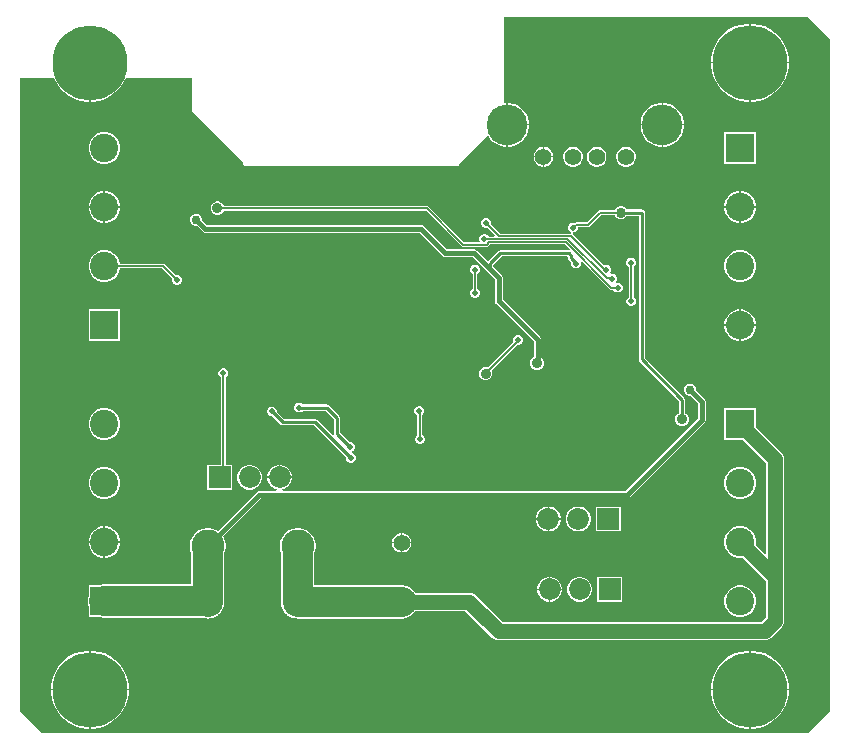
<source format=gbl>
G04*
G04 #@! TF.GenerationSoftware,Altium Limited,Altium Designer,22.7.1 (60)*
G04*
G04 Layer_Physical_Order=2*
G04 Layer_Color=16711680*
%FSLAX25Y25*%
%MOIN*%
G70*
G04*
G04 #@! TF.SameCoordinates,816887E5-1F56-4921-9221-960AF3535DAC*
G04*
G04*
G04 #@! TF.FilePolarity,Positive*
G04*
G01*
G75*
%ADD12C,0.01000*%
%ADD13C,0.00500*%
%ADD33R,0.07284X0.07284*%
%ADD34C,0.07284*%
%ADD44C,0.01500*%
%ADD46C,0.10000*%
%ADD47C,0.05000*%
%ADD48C,0.05591*%
%ADD49C,0.13583*%
%ADD50C,0.09449*%
%ADD51R,0.09449X0.09449*%
%ADD52C,0.25000*%
%ADD53C,0.10000*%
%ADD54C,0.05512*%
%ADD55C,0.11000*%
%ADD56C,0.02000*%
%ADD57C,0.03500*%
%ADD58C,0.03000*%
%ADD59C,0.03400*%
G36*
X396835Y314628D02*
Y90884D01*
X389431Y83480D01*
X134191D01*
X126787Y90884D01*
X126787Y302000D01*
X137957D01*
X138881Y300186D01*
X140084Y298531D01*
X141531Y297084D01*
X143186Y295881D01*
X145010Y294952D01*
X146956Y294320D01*
X148977Y294000D01*
X149750D01*
Y307000D01*
X150250D01*
Y294000D01*
X151023D01*
X153044Y294320D01*
X154990Y294952D01*
X156814Y295881D01*
X158469Y297084D01*
X159916Y298531D01*
X161119Y300186D01*
X162043Y302000D01*
X184000D01*
Y291000D01*
X201199Y273801D01*
Y273134D01*
X201358Y272751D01*
X201740Y272593D01*
X272606D01*
X272989Y272751D01*
X273148Y273134D01*
Y273148D01*
X282439Y282439D01*
X282937Y282390D01*
X283431Y281651D01*
X284447Y280636D01*
X285641Y279838D01*
X286968Y279288D01*
X288376Y279008D01*
X288844D01*
Y286299D01*
Y293591D01*
X288376D01*
X288000Y293899D01*
Y322032D01*
X389431D01*
X396835Y314628D01*
D02*
G37*
%LPC*%
G36*
X371023Y320000D02*
X370250D01*
Y307250D01*
X383000D01*
Y308023D01*
X382680Y310044D01*
X382048Y311990D01*
X381119Y313813D01*
X379916Y315469D01*
X378469Y316916D01*
X376814Y318119D01*
X374990Y319048D01*
X373044Y319680D01*
X371023Y320000D01*
D02*
G37*
G36*
X369750D02*
X368977D01*
X366956Y319680D01*
X365010Y319048D01*
X363187Y318119D01*
X361531Y316916D01*
X360084Y315469D01*
X358881Y313813D01*
X357952Y311990D01*
X357320Y310044D01*
X357000Y308023D01*
Y307250D01*
X369750D01*
Y320000D01*
D02*
G37*
G36*
X383000Y306750D02*
X370250D01*
Y294000D01*
X371023D01*
X373044Y294320D01*
X374990Y294952D01*
X376814Y295881D01*
X378469Y297084D01*
X379916Y298531D01*
X381119Y300186D01*
X382048Y302010D01*
X382680Y303956D01*
X383000Y305977D01*
Y306750D01*
D02*
G37*
G36*
X369750D02*
X357000D01*
Y305977D01*
X357320Y303956D01*
X357952Y302010D01*
X358881Y300186D01*
X360084Y298531D01*
X361531Y297084D01*
X363187Y295881D01*
X365010Y294952D01*
X366956Y294320D01*
X368977Y294000D01*
X369750D01*
Y306750D01*
D02*
G37*
G36*
X341545Y293591D02*
X341077D01*
Y286549D01*
X348118D01*
Y287017D01*
X347838Y288426D01*
X347288Y289753D01*
X346490Y290947D01*
X345475Y291963D01*
X344281Y292761D01*
X342954Y293310D01*
X341545Y293591D01*
D02*
G37*
G36*
X289813D02*
X289345D01*
Y286549D01*
X296386D01*
Y287017D01*
X296106Y288426D01*
X295556Y289753D01*
X294758Y290947D01*
X293742Y291963D01*
X292548Y292761D01*
X291221Y293310D01*
X289813Y293591D01*
D02*
G37*
G36*
X340577D02*
X340109D01*
X338700Y293310D01*
X337373Y292761D01*
X336179Y291963D01*
X335163Y290947D01*
X334365Y289753D01*
X333816Y288426D01*
X333535Y287017D01*
Y286549D01*
X340577D01*
Y293591D01*
D02*
G37*
G36*
X348118Y286049D02*
X341077D01*
Y279008D01*
X341545D01*
X342954Y279288D01*
X344281Y279838D01*
X345475Y280636D01*
X346490Y281651D01*
X347288Y282845D01*
X347838Y284172D01*
X348118Y285581D01*
Y286049D01*
D02*
G37*
G36*
X340577D02*
X333535D01*
Y285581D01*
X333816Y284172D01*
X334365Y282845D01*
X335163Y281651D01*
X336179Y280636D01*
X337373Y279838D01*
X338700Y279288D01*
X340109Y279008D01*
X340577D01*
Y286049D01*
D02*
G37*
G36*
X296386D02*
X289345D01*
Y279008D01*
X289813D01*
X291221Y279288D01*
X292548Y279838D01*
X293742Y280636D01*
X294758Y281651D01*
X295556Y282845D01*
X296106Y284172D01*
X296386Y285581D01*
Y286049D01*
D02*
G37*
G36*
X301615Y278925D02*
X301431D01*
Y275880D01*
X304476D01*
Y276064D01*
X304252Y276902D01*
X303818Y277653D01*
X303204Y278267D01*
X302453Y278701D01*
X301615Y278925D01*
D02*
G37*
G36*
X300931D02*
X300747D01*
X299909Y278701D01*
X299158Y278267D01*
X298544Y277653D01*
X298110Y276902D01*
X297886Y276064D01*
Y275880D01*
X300931D01*
Y278925D01*
D02*
G37*
G36*
X371953Y283752D02*
X361504D01*
Y273303D01*
X371953D01*
Y283752D01*
D02*
G37*
G36*
X155459D02*
X154084D01*
X152755Y283396D01*
X151564Y282708D01*
X150591Y281735D01*
X149903Y280544D01*
X149547Y279215D01*
Y277840D01*
X149903Y276511D01*
X150591Y275320D01*
X151564Y274347D01*
X152755Y273659D01*
X154084Y273303D01*
X155459D01*
X156788Y273659D01*
X157980Y274347D01*
X158952Y275320D01*
X159640Y276511D01*
X159996Y277840D01*
Y279215D01*
X159640Y280544D01*
X158952Y281735D01*
X157980Y282708D01*
X156788Y283396D01*
X155459Y283752D01*
D02*
G37*
G36*
X329174Y278925D02*
X328306D01*
X327468Y278701D01*
X326717Y278267D01*
X326103Y277653D01*
X325670Y276902D01*
X325445Y276064D01*
Y275196D01*
X325670Y274358D01*
X326103Y273607D01*
X326717Y272993D01*
X327468Y272559D01*
X328306Y272335D01*
X329174D01*
X330012Y272559D01*
X330764Y272993D01*
X331377Y273607D01*
X331811Y274358D01*
X332035Y275196D01*
Y276064D01*
X331811Y276902D01*
X331377Y277653D01*
X330764Y278267D01*
X330012Y278701D01*
X329174Y278925D01*
D02*
G37*
G36*
X319332D02*
X318464D01*
X317626Y278701D01*
X316874Y278267D01*
X316261Y277653D01*
X315827Y276902D01*
X315602Y276064D01*
Y275196D01*
X315827Y274358D01*
X316261Y273607D01*
X316874Y272993D01*
X317626Y272559D01*
X318464Y272335D01*
X319332D01*
X320170Y272559D01*
X320921Y272993D01*
X321534Y273607D01*
X321968Y274358D01*
X322193Y275196D01*
Y276064D01*
X321968Y276902D01*
X321534Y277653D01*
X320921Y278267D01*
X320170Y278701D01*
X319332Y278925D01*
D02*
G37*
G36*
X311457D02*
X310590D01*
X309752Y278701D01*
X309000Y278267D01*
X308387Y277653D01*
X307953Y276902D01*
X307728Y276064D01*
Y275196D01*
X307953Y274358D01*
X308387Y273607D01*
X309000Y272993D01*
X309752Y272559D01*
X310590Y272335D01*
X311457D01*
X312296Y272559D01*
X313047Y272993D01*
X313661Y273607D01*
X314094Y274358D01*
X314319Y275196D01*
Y276064D01*
X314094Y276902D01*
X313661Y277653D01*
X313047Y278267D01*
X312296Y278701D01*
X311457Y278925D01*
D02*
G37*
G36*
X304476Y275380D02*
X301431D01*
Y272335D01*
X301615D01*
X302453Y272559D01*
X303204Y272993D01*
X303818Y273607D01*
X304252Y274358D01*
X304476Y275196D01*
Y275380D01*
D02*
G37*
G36*
X300931D02*
X297886D01*
Y275196D01*
X298110Y274358D01*
X298544Y273607D01*
X299158Y272993D01*
X299909Y272559D01*
X300747Y272335D01*
X300931D01*
Y275380D01*
D02*
G37*
G36*
X367416Y264067D02*
X366978D01*
Y259092D01*
X371953D01*
Y259530D01*
X371597Y260859D01*
X370909Y262050D01*
X369936Y263023D01*
X368745Y263711D01*
X367416Y264067D01*
D02*
G37*
G36*
X366478D02*
X366040D01*
X364712Y263711D01*
X363521Y263023D01*
X362548Y262050D01*
X361860Y260859D01*
X361504Y259530D01*
Y259092D01*
X366478D01*
Y264067D01*
D02*
G37*
G36*
X155459D02*
X155022D01*
Y259092D01*
X159996D01*
Y259530D01*
X159640Y260859D01*
X158952Y262050D01*
X157980Y263023D01*
X156788Y263711D01*
X155459Y264067D01*
D02*
G37*
G36*
X154522D02*
X154084D01*
X152755Y263711D01*
X151564Y263023D01*
X150591Y262050D01*
X149903Y260859D01*
X149547Y259530D01*
Y259092D01*
X154522D01*
Y264067D01*
D02*
G37*
G36*
X371953Y258593D02*
X366978D01*
Y253618D01*
X367416D01*
X368745Y253974D01*
X369936Y254662D01*
X370909Y255635D01*
X371597Y256826D01*
X371953Y258155D01*
Y258593D01*
D02*
G37*
G36*
X366478D02*
X361504D01*
Y258155D01*
X361860Y256826D01*
X362548Y255635D01*
X363521Y254662D01*
X364712Y253974D01*
X366040Y253618D01*
X366478D01*
Y258593D01*
D02*
G37*
G36*
X159996Y258593D02*
X155022D01*
Y253618D01*
X155459D01*
X156788Y253974D01*
X157980Y254662D01*
X158952Y255635D01*
X159640Y256826D01*
X159996Y258155D01*
Y258593D01*
D02*
G37*
G36*
X154522D02*
X149547D01*
Y258155D01*
X149903Y256826D01*
X150591Y255635D01*
X151564Y254662D01*
X152755Y253974D01*
X154084Y253618D01*
X154522D01*
Y258593D01*
D02*
G37*
G36*
X192954Y260684D02*
X192046D01*
X191206Y260336D01*
X190563Y259694D01*
X190216Y258854D01*
Y257946D01*
X190563Y257106D01*
X191206Y256464D01*
X192046Y256116D01*
X192954D01*
X193794Y256464D01*
X194437Y257106D01*
X194656Y257635D01*
X262083D01*
X273943Y245775D01*
X274192Y245609D01*
X274484Y245551D01*
X282280D01*
X282573Y245609D01*
X282821Y245775D01*
X283482Y246435D01*
X302431D01*
X302624Y246397D01*
X308357D01*
X309880Y244874D01*
X309634Y244413D01*
X309600Y244420D01*
X286800D01*
X286410Y244342D01*
X286079Y244121D01*
X282740Y240782D01*
X282560Y240764D01*
X279012Y244312D01*
X278598Y244588D01*
X278111Y244685D01*
X269017D01*
X261201Y252501D01*
X260788Y252778D01*
X260300Y252874D01*
X189028D01*
X187500Y254402D01*
Y254998D01*
X187196Y255733D01*
X186633Y256295D01*
X185898Y256600D01*
X185102D01*
X184367Y256295D01*
X183805Y255733D01*
X183500Y254998D01*
Y254202D01*
X183805Y253467D01*
X184367Y252905D01*
X185102Y252600D01*
X185698D01*
X187599Y250699D01*
X188012Y250423D01*
X188500Y250325D01*
X259772D01*
X267588Y242510D01*
X268002Y242233D01*
X268489Y242136D01*
X277583D01*
X282559Y237159D01*
X285026Y234693D01*
Y227500D01*
X285122Y227012D01*
X285399Y226599D01*
X297938Y214059D01*
Y209075D01*
X297623Y208945D01*
X296924Y208246D01*
X296546Y207333D01*
Y206345D01*
X296924Y205432D01*
X297623Y204733D01*
X298536Y204355D01*
X299524D01*
X300437Y204733D01*
X301136Y205432D01*
X301515Y206345D01*
Y207333D01*
X301136Y208246D01*
X300487Y208895D01*
Y214587D01*
X300390Y215075D01*
X300114Y215489D01*
X287575Y228028D01*
Y235221D01*
X287477Y235709D01*
X287201Y236122D01*
X284480Y238843D01*
Y239638D01*
X287222Y242380D01*
X309178D01*
X309375Y242183D01*
Y241876D01*
X309453Y241486D01*
X309674Y241155D01*
X310406Y240423D01*
X310366Y240325D01*
Y239675D01*
X310615Y239074D01*
X311074Y238615D01*
X311675Y238366D01*
X312325D01*
X312926Y238615D01*
X313385Y239074D01*
X313634Y239675D01*
Y240325D01*
X313572Y240474D01*
X313996Y240757D01*
X323294Y231459D01*
X323543Y231294D01*
X323835Y231235D01*
X323835Y231235D01*
X324448D01*
X324515Y231074D01*
X324974Y230615D01*
X325575Y230366D01*
X326225D01*
X326826Y230615D01*
X327285Y231074D01*
X327534Y231675D01*
Y232325D01*
X327285Y232926D01*
X326826Y233385D01*
X326225Y233634D01*
X325653D01*
X325486Y233862D01*
X325395Y234096D01*
X325634Y234675D01*
Y235325D01*
X325385Y235926D01*
X324926Y236385D01*
X324325Y236634D01*
X323675D01*
X323637Y236618D01*
X323354Y237042D01*
X323385Y237074D01*
X323634Y237675D01*
Y238325D01*
X323385Y238926D01*
X322926Y239385D01*
X322325Y239634D01*
X321675D01*
X321241Y239455D01*
X310955Y249741D01*
X311071Y250265D01*
X311155Y250366D01*
X311325D01*
X311926Y250615D01*
X312385Y251074D01*
X312634Y251675D01*
Y252167D01*
X316000D01*
X316293Y252225D01*
X316541Y252390D01*
X320386Y256235D01*
X324936D01*
X325135Y255754D01*
X325754Y255135D01*
X326562Y254800D01*
X327438D01*
X328246Y255135D01*
X328865Y255754D01*
X328959Y255980D01*
X332980D01*
Y208309D01*
X332929Y208051D01*
X333007Y207661D01*
X333228Y207330D01*
X346380Y194178D01*
Y190113D01*
X346126Y190007D01*
X345493Y189374D01*
X345150Y188548D01*
Y187652D01*
X345493Y186826D01*
X346126Y186193D01*
X346952Y185850D01*
X347848D01*
X348675Y186193D01*
X349307Y186826D01*
X349650Y187652D01*
Y188548D01*
X349307Y189374D01*
X348675Y190007D01*
X348420Y190113D01*
Y194600D01*
X348342Y194990D01*
X348121Y195321D01*
X335020Y208422D01*
Y257000D01*
X334942Y257390D01*
X334721Y257721D01*
X334390Y257942D01*
X334000Y258020D01*
X328959D01*
X328865Y258246D01*
X328246Y258865D01*
X327438Y259200D01*
X326562D01*
X325754Y258865D01*
X325135Y258246D01*
X324936Y257765D01*
X320069D01*
X319776Y257706D01*
X319528Y257541D01*
X315683Y253696D01*
X312043D01*
X311750Y253638D01*
X311584Y253527D01*
X311325Y253634D01*
X310675D01*
X310074Y253385D01*
X309615Y252926D01*
X309366Y252325D01*
Y251675D01*
X309615Y251074D01*
X310074Y250615D01*
X310442Y250462D01*
X310447Y250457D01*
X310348Y249974D01*
X310315Y249965D01*
X286617D01*
X283568Y253014D01*
X283634Y253175D01*
Y253825D01*
X283385Y254426D01*
X282926Y254885D01*
X282325Y255134D01*
X281675D01*
X281074Y254885D01*
X280615Y254426D01*
X280366Y253825D01*
Y253175D01*
X280615Y252574D01*
X281074Y252115D01*
X281675Y251866D01*
X282325D01*
X282486Y251933D01*
X284992Y249427D01*
X284801Y248965D01*
X282952D01*
X282885Y249126D01*
X282426Y249585D01*
X281825Y249834D01*
X281175D01*
X280574Y249585D01*
X280115Y249126D01*
X279866Y248525D01*
Y247875D01*
X279988Y247581D01*
X279655Y247080D01*
X274801D01*
X262941Y258941D01*
X262693Y259106D01*
X262400Y259165D01*
X194656D01*
X194437Y259694D01*
X193794Y260336D01*
X192954Y260684D01*
D02*
G37*
G36*
X367416Y244382D02*
X366040D01*
X364712Y244026D01*
X363521Y243338D01*
X362548Y242365D01*
X361860Y241174D01*
X361504Y239845D01*
Y238470D01*
X361860Y237141D01*
X362548Y235950D01*
X363521Y234977D01*
X364712Y234289D01*
X366040Y233933D01*
X367416D01*
X368745Y234289D01*
X369936Y234977D01*
X370909Y235950D01*
X371597Y237141D01*
X371953Y238470D01*
Y239845D01*
X371597Y241174D01*
X370909Y242365D01*
X369936Y243338D01*
X368745Y244026D01*
X367416Y244382D01*
D02*
G37*
G36*
X155459D02*
X154084D01*
X152755Y244026D01*
X151564Y243338D01*
X150591Y242365D01*
X149903Y241174D01*
X149547Y239845D01*
Y238470D01*
X149903Y237141D01*
X150591Y235950D01*
X151564Y234977D01*
X152755Y234289D01*
X154084Y233933D01*
X155459D01*
X156788Y234289D01*
X157980Y234977D01*
X158952Y235950D01*
X159640Y237141D01*
X159976Y238393D01*
X174026D01*
X177432Y234986D01*
X177366Y234825D01*
Y234175D01*
X177615Y233574D01*
X178074Y233115D01*
X178675Y232866D01*
X179325D01*
X179926Y233115D01*
X180385Y233574D01*
X180634Y234175D01*
Y234825D01*
X180385Y235426D01*
X179926Y235885D01*
X179325Y236134D01*
X178675D01*
X178514Y236068D01*
X174883Y239698D01*
X174635Y239864D01*
X174343Y239922D01*
X159976D01*
X159640Y241174D01*
X158952Y242365D01*
X157980Y243338D01*
X156788Y244026D01*
X155459Y244382D01*
D02*
G37*
G36*
X278725Y239634D02*
X278075D01*
X277474Y239385D01*
X277015Y238926D01*
X276766Y238325D01*
Y237675D01*
X277015Y237074D01*
X277474Y236615D01*
X277585Y236569D01*
Y231673D01*
X277374Y231585D01*
X276915Y231126D01*
X276666Y230525D01*
Y229875D01*
X276915Y229274D01*
X277374Y228815D01*
X277975Y228566D01*
X278625D01*
X279226Y228815D01*
X279685Y229274D01*
X279934Y229875D01*
Y230525D01*
X279685Y231126D01*
X279226Y231585D01*
X279115Y231631D01*
Y236527D01*
X279326Y236615D01*
X279785Y237074D01*
X280034Y237675D01*
Y238325D01*
X279785Y238926D01*
X279326Y239385D01*
X278725Y239634D01*
D02*
G37*
G36*
X330725Y241934D02*
X330075D01*
X329474Y241685D01*
X329015Y241226D01*
X328766Y240625D01*
Y239975D01*
X329015Y239374D01*
X329474Y238915D01*
X329735Y238806D01*
Y228852D01*
X329574Y228785D01*
X329115Y228326D01*
X328866Y227725D01*
Y227075D01*
X329115Y226474D01*
X329574Y226015D01*
X330175Y225766D01*
X330825D01*
X331426Y226015D01*
X331885Y226474D01*
X332134Y227075D01*
Y227725D01*
X331885Y228326D01*
X331426Y228785D01*
X331265Y228852D01*
Y238889D01*
X331326Y238915D01*
X331785Y239374D01*
X332034Y239975D01*
Y240625D01*
X331785Y241226D01*
X331326Y241685D01*
X330725Y241934D01*
D02*
G37*
G36*
X367416Y224697D02*
X366978D01*
Y219722D01*
X371953D01*
Y220160D01*
X371597Y221489D01*
X370909Y222680D01*
X369936Y223653D01*
X368745Y224341D01*
X367416Y224697D01*
D02*
G37*
G36*
X366478D02*
X366040D01*
X364712Y224341D01*
X363521Y223653D01*
X362548Y222680D01*
X361860Y221489D01*
X361504Y220160D01*
Y219722D01*
X366478D01*
Y224697D01*
D02*
G37*
G36*
X371953Y219222D02*
X366978D01*
Y214248D01*
X367416D01*
X368745Y214604D01*
X369936Y215292D01*
X370909Y216265D01*
X371597Y217456D01*
X371953Y218785D01*
Y219222D01*
D02*
G37*
G36*
X366478D02*
X361504D01*
Y218785D01*
X361860Y217456D01*
X362548Y216265D01*
X363521Y215292D01*
X364712Y214604D01*
X366040Y214248D01*
X366478D01*
Y219222D01*
D02*
G37*
G36*
X159996Y224697D02*
X149547D01*
Y214248D01*
X159996D01*
Y224697D01*
D02*
G37*
G36*
X293025Y216134D02*
X292375D01*
X291774Y215885D01*
X291315Y215426D01*
X291066Y214825D01*
Y214175D01*
X291191Y213873D01*
X282742Y205424D01*
X282354Y205584D01*
X281446D01*
X280606Y205237D01*
X279963Y204594D01*
X279616Y203754D01*
Y202846D01*
X279963Y202006D01*
X280606Y201363D01*
X281446Y201016D01*
X282354D01*
X283194Y201363D01*
X283837Y202006D01*
X284184Y202846D01*
Y203754D01*
X283906Y204425D01*
X292355Y212874D01*
X292375Y212866D01*
X293025D01*
X293626Y213115D01*
X294085Y213574D01*
X294334Y214175D01*
Y214825D01*
X294085Y215426D01*
X293626Y215885D01*
X293025Y216134D01*
D02*
G37*
G36*
X220031Y193634D02*
X219381D01*
X218780Y193385D01*
X218321Y192926D01*
X218072Y192325D01*
Y191675D01*
X218321Y191074D01*
X218780Y190615D01*
X219381Y190366D01*
X220031D01*
X220632Y190615D01*
X220998Y190980D01*
X228478D01*
X231280Y188178D01*
Y183300D01*
X231338Y183011D01*
X231021Y182759D01*
X230925Y182716D01*
X225821Y187821D01*
X225490Y188042D01*
X225100Y188120D01*
X214622D01*
X212234Y190508D01*
Y191025D01*
X211985Y191626D01*
X211526Y192085D01*
X210925Y192334D01*
X210275D01*
X209674Y192085D01*
X209215Y191626D01*
X208966Y191025D01*
Y190375D01*
X209215Y189774D01*
X209674Y189315D01*
X210275Y189066D01*
X210792D01*
X213479Y186379D01*
X213810Y186158D01*
X214200Y186080D01*
X224678D01*
X235266Y175492D01*
Y174975D01*
X235515Y174374D01*
X235974Y173915D01*
X236575Y173666D01*
X237225D01*
X237826Y173915D01*
X238285Y174374D01*
X238534Y174975D01*
Y175625D01*
X238285Y176226D01*
X237826Y176685D01*
X237378Y176871D01*
X237340Y177396D01*
X237626Y177515D01*
X238085Y177974D01*
X238334Y178575D01*
Y179225D01*
X238085Y179826D01*
X237626Y180285D01*
X237025Y180534D01*
X236508D01*
X233320Y183722D01*
Y188600D01*
X233242Y188990D01*
X233021Y189321D01*
X229621Y192721D01*
X229290Y192942D01*
X228900Y193020D01*
X220998D01*
X220632Y193385D01*
X220031Y193634D01*
D02*
G37*
G36*
X155459Y191752D02*
X154084D01*
X152755Y191396D01*
X151564Y190708D01*
X150591Y189735D01*
X149903Y188544D01*
X149547Y187215D01*
Y185840D01*
X149903Y184511D01*
X150591Y183320D01*
X151564Y182347D01*
X152755Y181659D01*
X154084Y181303D01*
X155459D01*
X156788Y181659D01*
X157980Y182347D01*
X158952Y183320D01*
X159640Y184511D01*
X159996Y185840D01*
Y187215D01*
X159640Y188544D01*
X158952Y189735D01*
X157980Y190708D01*
X156788Y191396D01*
X155459Y191752D01*
D02*
G37*
G36*
X260125Y192534D02*
X259475D01*
X258874Y192285D01*
X258415Y191826D01*
X258166Y191225D01*
Y190575D01*
X258415Y189974D01*
X258874Y189515D01*
X259135Y189406D01*
Y182811D01*
X259074Y182785D01*
X258615Y182326D01*
X258366Y181725D01*
Y181075D01*
X258615Y180474D01*
X259074Y180015D01*
X259675Y179766D01*
X260325D01*
X260926Y180015D01*
X261385Y180474D01*
X261634Y181075D01*
Y181725D01*
X261385Y182326D01*
X260926Y182785D01*
X260665Y182894D01*
Y189489D01*
X260726Y189515D01*
X261185Y189974D01*
X261434Y190575D01*
Y191225D01*
X261185Y191826D01*
X260726Y192285D01*
X260125Y192534D01*
D02*
G37*
G36*
X213745Y172942D02*
X213450D01*
Y169050D01*
X217342D01*
Y169345D01*
X217059Y170399D01*
X216514Y171343D01*
X215743Y172114D01*
X214799Y172660D01*
X213745Y172942D01*
D02*
G37*
G36*
X212950D02*
X212655D01*
X211601Y172660D01*
X210657Y172114D01*
X209886Y171343D01*
X209341Y170399D01*
X209058Y169345D01*
Y169050D01*
X212950D01*
Y172942D01*
D02*
G37*
G36*
X203745D02*
X202655D01*
X201601Y172660D01*
X200657Y172114D01*
X199886Y171343D01*
X199340Y170399D01*
X199058Y169345D01*
Y168255D01*
X199340Y167201D01*
X199886Y166257D01*
X200657Y165486D01*
X201601Y164941D01*
X202655Y164658D01*
X203745D01*
X204799Y164941D01*
X205743Y165486D01*
X206514Y166257D01*
X207060Y167201D01*
X207342Y168255D01*
Y169345D01*
X207060Y170399D01*
X206514Y171343D01*
X205743Y172114D01*
X204799Y172660D01*
X203745Y172942D01*
D02*
G37*
G36*
X194825Y205034D02*
X194175D01*
X193574Y204785D01*
X193115Y204326D01*
X192866Y203725D01*
Y203075D01*
X193115Y202474D01*
X193574Y202015D01*
X193735Y201948D01*
Y172942D01*
X189058D01*
Y164658D01*
X197342D01*
Y172942D01*
X195265D01*
Y201948D01*
X195426Y202015D01*
X195885Y202474D01*
X196134Y203075D01*
Y203725D01*
X195885Y204326D01*
X195426Y204785D01*
X194825Y205034D01*
D02*
G37*
G36*
X350398Y200000D02*
X349602D01*
X348867Y199696D01*
X348305Y199133D01*
X348000Y198398D01*
Y197602D01*
X348305Y196867D01*
X348867Y196305D01*
X349602Y196000D01*
X350198D01*
X352726Y193472D01*
Y188528D01*
X328472Y164275D01*
X214245D01*
X214179Y164775D01*
X214799Y164941D01*
X215743Y165486D01*
X216514Y166257D01*
X217059Y167201D01*
X217342Y168255D01*
Y168550D01*
X213200D01*
X209058D01*
Y168255D01*
X209341Y167201D01*
X209886Y166257D01*
X210657Y165486D01*
X211601Y164941D01*
X212221Y164775D01*
X212155Y164275D01*
X206500D01*
X206012Y164178D01*
X205599Y163901D01*
X192545Y150848D01*
X192142Y151117D01*
X191050Y151569D01*
X189891Y151800D01*
X188709D01*
X187550Y151569D01*
X186458Y151117D01*
X185475Y150461D01*
X184640Y149625D01*
X183983Y148642D01*
X183531Y147550D01*
X183300Y146391D01*
Y145209D01*
X183531Y144050D01*
X183652Y143755D01*
Y133020D01*
X154772D01*
X153336Y132831D01*
X153012Y132697D01*
X149547D01*
Y129232D01*
X149413Y128908D01*
X149224Y127472D01*
X149413Y126037D01*
X149547Y125713D01*
Y122248D01*
X153012D01*
X153336Y122114D01*
X154772Y121925D01*
X187563D01*
X187764Y121842D01*
X188125Y121794D01*
X188476Y121700D01*
X188839D01*
X189200Y121652D01*
X189561Y121700D01*
X189924D01*
X190275Y121794D01*
X190636Y121842D01*
X190972Y121981D01*
X191323Y122075D01*
X191638Y122257D01*
X191974Y122396D01*
X192262Y122617D01*
X192577Y122799D01*
X192834Y123056D01*
X193123Y123277D01*
X193344Y123566D01*
X193601Y123823D01*
X193783Y124138D01*
X194004Y124426D01*
X194143Y124762D01*
X194325Y125077D01*
X194419Y125428D01*
X194558Y125764D01*
X194606Y126125D01*
X194700Y126476D01*
Y126839D01*
X194747Y127200D01*
X194747Y127200D01*
Y143273D01*
X195069Y144050D01*
X195300Y145209D01*
Y146391D01*
X195069Y147550D01*
X194617Y148642D01*
X194348Y149045D01*
X207028Y161725D01*
X329000D01*
X329488Y161822D01*
X329901Y162099D01*
X354901Y187099D01*
X355177Y187512D01*
X355275Y188000D01*
Y194000D01*
X355177Y194488D01*
X354901Y194901D01*
X352000Y197802D01*
Y198398D01*
X351695Y199133D01*
X351133Y199696D01*
X350398Y200000D01*
D02*
G37*
G36*
X367416Y172067D02*
X366040D01*
X364712Y171711D01*
X363521Y171023D01*
X362548Y170050D01*
X361860Y168859D01*
X361504Y167530D01*
Y166155D01*
X361860Y164826D01*
X362548Y163635D01*
X363521Y162662D01*
X364712Y161974D01*
X366040Y161618D01*
X367416D01*
X368745Y161974D01*
X369936Y162662D01*
X370909Y163635D01*
X371597Y164826D01*
X371953Y166155D01*
Y167530D01*
X371597Y168859D01*
X370909Y170050D01*
X369936Y171023D01*
X368745Y171711D01*
X367416Y172067D01*
D02*
G37*
G36*
X155459D02*
X154084D01*
X152755Y171711D01*
X151564Y171023D01*
X150591Y170050D01*
X149903Y168859D01*
X149547Y167530D01*
Y166155D01*
X149903Y164826D01*
X150591Y163635D01*
X151564Y162662D01*
X152755Y161974D01*
X154084Y161618D01*
X155459D01*
X156788Y161974D01*
X157980Y162662D01*
X158952Y163635D01*
X159640Y164826D01*
X159996Y166155D01*
Y167530D01*
X159640Y168859D01*
X158952Y170050D01*
X157980Y171023D01*
X156788Y171711D01*
X155459Y172067D01*
D02*
G37*
G36*
X303384Y158980D02*
X303089D01*
Y155089D01*
X306980D01*
Y155384D01*
X306698Y156437D01*
X306153Y157382D01*
X305382Y158153D01*
X304437Y158698D01*
X303384Y158980D01*
D02*
G37*
G36*
X302589D02*
X302293D01*
X301240Y158698D01*
X300295Y158153D01*
X299524Y157382D01*
X298979Y156437D01*
X298697Y155384D01*
Y155089D01*
X302589D01*
Y158980D01*
D02*
G37*
G36*
X326980D02*
X318697D01*
Y150697D01*
X326980D01*
Y158980D01*
D02*
G37*
G36*
X313384D02*
X312293D01*
X311240Y158698D01*
X310296Y158153D01*
X309524Y157382D01*
X308979Y156437D01*
X308697Y155384D01*
Y154293D01*
X308979Y153240D01*
X309524Y152295D01*
X310296Y151524D01*
X311240Y150979D01*
X312293Y150697D01*
X313384D01*
X314437Y150979D01*
X315382Y151524D01*
X316153Y152295D01*
X316698Y153240D01*
X316980Y154293D01*
Y155384D01*
X316698Y156437D01*
X316153Y157382D01*
X315382Y158153D01*
X314437Y158698D01*
X313384Y158980D01*
D02*
G37*
G36*
X306980Y154589D02*
X303089D01*
Y150697D01*
X303384D01*
X304437Y150979D01*
X305382Y151524D01*
X306153Y152295D01*
X306698Y153240D01*
X306980Y154293D01*
Y154589D01*
D02*
G37*
G36*
X302589D02*
X298697D01*
Y154293D01*
X298979Y153240D01*
X299524Y152295D01*
X300295Y151524D01*
X301240Y150979D01*
X302293Y150697D01*
X302589D01*
Y154589D01*
D02*
G37*
G36*
X155459Y152382D02*
X155022D01*
Y147407D01*
X159996D01*
Y147845D01*
X159640Y149174D01*
X158952Y150365D01*
X157980Y151338D01*
X156788Y152026D01*
X155459Y152382D01*
D02*
G37*
G36*
X154522D02*
X154084D01*
X152755Y152026D01*
X151564Y151338D01*
X150591Y150365D01*
X149903Y149174D01*
X149547Y147845D01*
Y147407D01*
X154522D01*
Y152382D01*
D02*
G37*
G36*
X254329Y150198D02*
X254150D01*
Y147193D01*
X257156D01*
Y147371D01*
X256934Y148199D01*
X256505Y148942D01*
X255899Y149548D01*
X255157Y149977D01*
X254329Y150198D01*
D02*
G37*
G36*
X253650D02*
X253471D01*
X252643Y149977D01*
X251901Y149548D01*
X251295Y148942D01*
X250866Y148199D01*
X250644Y147371D01*
Y147193D01*
X253650D01*
Y150198D01*
D02*
G37*
G36*
X257156Y146693D02*
X254150D01*
Y143687D01*
X254329D01*
X255157Y143909D01*
X255899Y144337D01*
X256505Y144943D01*
X256934Y145686D01*
X257156Y146514D01*
Y146693D01*
D02*
G37*
G36*
X253650D02*
X250644D01*
Y146514D01*
X250866Y145686D01*
X251295Y144943D01*
X251901Y144337D01*
X252643Y143909D01*
X253471Y143687D01*
X253650D01*
Y146693D01*
D02*
G37*
G36*
X371953Y191752D02*
X361504D01*
Y181303D01*
X367673D01*
X375474Y173503D01*
Y143344D01*
X375012Y143153D01*
X371898Y146267D01*
X371953Y146470D01*
Y147845D01*
X371597Y149174D01*
X370909Y150365D01*
X369936Y151338D01*
X368745Y152026D01*
X367416Y152382D01*
X366040D01*
X364712Y152026D01*
X363521Y151338D01*
X362548Y150365D01*
X361860Y149174D01*
X361504Y147845D01*
Y146470D01*
X361860Y145141D01*
X362548Y143950D01*
X363521Y142977D01*
X364712Y142289D01*
X366040Y141933D01*
X367416D01*
X367619Y141987D01*
X375474Y134133D01*
Y122153D01*
X373747Y120426D01*
X287553D01*
X278582Y129397D01*
X277956Y129878D01*
X277226Y130180D01*
X276443Y130283D01*
X258511D01*
X257823Y131180D01*
X256674Y132062D01*
X255336Y132616D01*
X253900Y132805D01*
X253463Y132747D01*
X224747D01*
Y143273D01*
X225069Y144050D01*
X225300Y145209D01*
Y146391D01*
X225069Y147550D01*
X224617Y148642D01*
X223960Y149625D01*
X223125Y150461D01*
X222142Y151117D01*
X221050Y151569D01*
X219891Y151800D01*
X218709D01*
X217550Y151569D01*
X216458Y151117D01*
X215475Y150461D01*
X214639Y149625D01*
X213983Y148642D01*
X213531Y147550D01*
X213300Y146391D01*
Y145209D01*
X213531Y144050D01*
X213652Y143755D01*
Y127200D01*
X213700Y126839D01*
Y126476D01*
X213794Y126125D01*
X213842Y125764D01*
X213981Y125428D01*
X214075Y125077D01*
X214257Y124762D01*
X214396Y124426D01*
X214617Y124138D01*
X214799Y123823D01*
X215056Y123566D01*
X215277Y123277D01*
X215566Y123056D01*
X215823Y122799D01*
X216138Y122617D01*
X216426Y122396D01*
X216762Y122257D01*
X217077Y122075D01*
X217428Y121981D01*
X217764Y121842D01*
X218125Y121794D01*
X218476Y121700D01*
X218840D01*
X219200Y121652D01*
X253842D01*
X255278Y121842D01*
X256616Y122396D01*
X257765Y123277D01*
X257823Y123335D01*
X258511Y124232D01*
X275189D01*
X284160Y115260D01*
X284787Y114779D01*
X285517Y114477D01*
X286300Y114374D01*
X375000D01*
X375783Y114477D01*
X376513Y114779D01*
X377140Y115260D01*
X380640Y118760D01*
X381120Y119387D01*
X381423Y120117D01*
X381526Y120900D01*
X381526Y120900D01*
Y135386D01*
X381526Y135386D01*
X381526Y135386D01*
Y174756D01*
X381526Y174756D01*
X381423Y175539D01*
X381120Y176269D01*
X380640Y176895D01*
X371953Y185582D01*
Y191752D01*
D02*
G37*
G36*
X159996Y146907D02*
X155022D01*
Y141933D01*
X155459D01*
X156788Y142289D01*
X157980Y142977D01*
X158952Y143950D01*
X159640Y145141D01*
X159996Y146470D01*
Y146907D01*
D02*
G37*
G36*
X154522D02*
X149547D01*
Y146470D01*
X149903Y145141D01*
X150591Y143950D01*
X151564Y142977D01*
X152755Y142289D01*
X154084Y141933D01*
X154522D01*
Y146907D01*
D02*
G37*
G36*
X303745Y135542D02*
X303450D01*
Y131650D01*
X307342D01*
Y131945D01*
X307060Y132999D01*
X306514Y133943D01*
X305743Y134714D01*
X304799Y135259D01*
X303745Y135542D01*
D02*
G37*
G36*
X302950D02*
X302655D01*
X301601Y135259D01*
X300657Y134714D01*
X299886Y133943D01*
X299341Y132999D01*
X299058Y131945D01*
Y131650D01*
X302950D01*
Y135542D01*
D02*
G37*
G36*
X327342D02*
X319058D01*
Y127258D01*
X327342D01*
Y135542D01*
D02*
G37*
G36*
X313745D02*
X312655D01*
X311601Y135259D01*
X310657Y134714D01*
X309886Y133943D01*
X309341Y132999D01*
X309058Y131945D01*
Y130855D01*
X309341Y129801D01*
X309886Y128857D01*
X310657Y128086D01*
X311601Y127541D01*
X312655Y127258D01*
X313745D01*
X314799Y127541D01*
X315743Y128086D01*
X316514Y128857D01*
X317059Y129801D01*
X317342Y130855D01*
Y131945D01*
X317059Y132999D01*
X316514Y133943D01*
X315743Y134714D01*
X314799Y135259D01*
X313745Y135542D01*
D02*
G37*
G36*
X307342Y131150D02*
X303450D01*
Y127258D01*
X303745D01*
X304799Y127541D01*
X305743Y128086D01*
X306514Y128857D01*
X307060Y129801D01*
X307342Y130855D01*
Y131150D01*
D02*
G37*
G36*
X302950D02*
X299058D01*
Y130855D01*
X299341Y129801D01*
X299886Y128857D01*
X300657Y128086D01*
X301601Y127541D01*
X302655Y127258D01*
X302950D01*
Y131150D01*
D02*
G37*
G36*
X367416Y132697D02*
X366040D01*
X364712Y132341D01*
X363521Y131653D01*
X362548Y130680D01*
X361860Y129489D01*
X361504Y128160D01*
Y126785D01*
X361860Y125456D01*
X362548Y124265D01*
X363521Y123292D01*
X364712Y122604D01*
X366040Y122248D01*
X367416D01*
X368745Y122604D01*
X369936Y123292D01*
X370909Y124265D01*
X371597Y125456D01*
X371953Y126785D01*
Y128160D01*
X371597Y129489D01*
X370909Y130680D01*
X369936Y131653D01*
X368745Y132341D01*
X367416Y132697D01*
D02*
G37*
G36*
X371023Y111000D02*
X370250D01*
Y98250D01*
X383000D01*
Y99023D01*
X382680Y101044D01*
X382048Y102990D01*
X381119Y104814D01*
X379916Y106469D01*
X378469Y107916D01*
X376814Y109119D01*
X374990Y110048D01*
X373044Y110680D01*
X371023Y111000D01*
D02*
G37*
G36*
X369750D02*
X368977D01*
X366956Y110680D01*
X365010Y110048D01*
X363187Y109119D01*
X361531Y107916D01*
X360084Y106469D01*
X358881Y104814D01*
X357952Y102990D01*
X357320Y101044D01*
X357000Y99023D01*
Y98250D01*
X369750D01*
Y111000D01*
D02*
G37*
G36*
X151023D02*
X150250D01*
Y98250D01*
X163000D01*
Y99023D01*
X162680Y101044D01*
X162048Y102990D01*
X161119Y104814D01*
X159916Y106469D01*
X158469Y107916D01*
X156814Y109119D01*
X154990Y110048D01*
X153044Y110680D01*
X151023Y111000D01*
D02*
G37*
G36*
X149750D02*
X148977D01*
X146956Y110680D01*
X145010Y110048D01*
X143186Y109119D01*
X141531Y107916D01*
X140084Y106469D01*
X138881Y104814D01*
X137952Y102990D01*
X137320Y101044D01*
X137000Y99023D01*
Y98250D01*
X149750D01*
Y111000D01*
D02*
G37*
G36*
X383000Y97750D02*
X370250D01*
Y85000D01*
X371023D01*
X373044Y85320D01*
X374990Y85952D01*
X376814Y86881D01*
X378469Y88084D01*
X379916Y89531D01*
X381119Y91186D01*
X382048Y93010D01*
X382680Y94956D01*
X383000Y96977D01*
Y97750D01*
D02*
G37*
G36*
X369750D02*
X357000D01*
Y96977D01*
X357320Y94956D01*
X357952Y93010D01*
X358881Y91186D01*
X360084Y89531D01*
X361531Y88084D01*
X363187Y86881D01*
X365010Y85952D01*
X366956Y85320D01*
X368977Y85000D01*
X369750D01*
Y97750D01*
D02*
G37*
G36*
X163000D02*
X150250D01*
Y85000D01*
X151023D01*
X153044Y85320D01*
X154990Y85952D01*
X156814Y86881D01*
X158469Y88084D01*
X159916Y89531D01*
X161119Y91186D01*
X162048Y93010D01*
X162680Y94956D01*
X163000Y96977D01*
Y97750D01*
D02*
G37*
G36*
X149750D02*
X137000D01*
Y96977D01*
X137320Y94956D01*
X137952Y93010D01*
X138881Y91186D01*
X140084Y89531D01*
X141531Y88084D01*
X143186Y86881D01*
X145010Y85952D01*
X146956Y85320D01*
X148977Y85000D01*
X149750D01*
Y97750D01*
D02*
G37*
%LPD*%
D12*
X232300Y183300D02*
X236700Y178900D01*
X225100Y187100D02*
X236900Y175300D01*
X232300Y183300D02*
Y188600D01*
X214200Y187100D02*
X225100D01*
X210600Y190700D02*
X214200Y187100D01*
X228900Y192000D02*
X232300Y188600D01*
X219706Y192000D02*
X228900D01*
X333949Y208051D02*
X347400Y194600D01*
Y188100D02*
Y194600D01*
X334000Y208300D02*
Y257000D01*
X283461Y240061D02*
X286800Y243400D01*
X309600D01*
X310395Y242605D01*
Y241876D02*
Y242605D01*
Y241876D02*
X312000Y240271D01*
X327000Y257000D02*
X334000D01*
X312000Y240000D02*
Y240271D01*
X283461Y238061D02*
Y240061D01*
D13*
X311000Y252000D02*
X311112D01*
X312043Y252931D01*
X193200Y168800D02*
X194500Y170100D01*
Y203400D01*
X259800Y190900D02*
X259900Y190800D01*
Y181500D02*
Y190800D01*
Y181500D02*
X260000Y181400D01*
X292700Y214300D02*
Y214500D01*
X281900Y203300D02*
Y203500D01*
X292700Y214300D01*
X274484Y246316D02*
X282280D01*
X283165Y247200D01*
X282000Y253500D02*
X286300Y249200D01*
X262400Y258400D02*
X274484Y246316D01*
X192500Y258400D02*
X262400D01*
X330500Y227400D02*
Y240700D01*
X283165Y247200D02*
X302586D01*
X281500Y248200D02*
X309135D01*
X286300Y249200D02*
X310414D01*
X302586Y247200D02*
X302624Y247162D01*
X308674D01*
X312043Y252931D02*
X316000D01*
X309135Y248200D02*
X322250Y235085D01*
X310414Y249200D02*
X321614Y238000D01*
X316000Y252931D02*
X320069Y257000D01*
X327000D01*
X323835Y232000D02*
X325900D01*
X323915Y235085D02*
X324000Y235000D01*
X322250Y235085D02*
X323915D01*
X321614Y238000D02*
X322000D01*
X308674Y247162D02*
X323835Y232000D01*
X278300Y230200D02*
X278350Y230250D01*
Y237950D01*
X174343Y239158D02*
X179000Y234500D01*
X278350Y237950D02*
X278400Y238000D01*
X154772Y239158D02*
X174343D01*
D33*
X193200Y168800D02*
D03*
X322839Y154839D02*
D03*
X323200Y131400D02*
D03*
D34*
X203200Y168800D02*
D03*
X213200D02*
D03*
X302839Y154839D02*
D03*
X312839D02*
D03*
X303200Y131400D02*
D03*
X313200D02*
D03*
D44*
X299213Y207021D02*
Y214587D01*
X299030Y206839D02*
X299213Y207021D01*
X286300Y227500D02*
X299213Y214587D01*
X189300Y145800D02*
X206500Y163000D01*
X329000D01*
X354000Y188000D01*
X350000Y198000D02*
X354000Y194000D01*
Y188000D02*
Y194000D01*
X260300Y251600D02*
X268489Y243411D01*
X188500Y251600D02*
X260300D01*
X185500Y254600D02*
X188500Y251600D01*
X286300Y227500D02*
Y235221D01*
X283461Y238061D02*
X286300Y235221D01*
X278111Y243411D02*
X283461Y238061D01*
X268489Y243411D02*
X278111D01*
D46*
X219200Y127200D02*
X253842D01*
X188928Y127472D02*
X189200Y127200D01*
X154772Y127472D02*
X188928D01*
X219200Y127200D02*
Y145700D01*
X189200Y127200D02*
Y145700D01*
X219200D02*
X219300Y145800D01*
X189200Y145700D02*
X189300Y145800D01*
X253842Y127200D02*
X253900Y127258D01*
D47*
X378500Y120900D02*
Y135386D01*
X366728Y147158D02*
X378500Y135386D01*
X366728Y186528D02*
X378500Y174756D01*
Y135386D02*
Y174756D01*
X286300Y117400D02*
X375000D01*
X378500Y120900D01*
X276443Y127258D02*
X286300Y117400D01*
X253900Y127258D02*
X276443D01*
D48*
X311024Y275630D02*
D03*
X318898D02*
D03*
X301181D02*
D03*
X328740D02*
D03*
D49*
X340827Y286299D02*
D03*
X289094D02*
D03*
D50*
X154772Y239158D02*
D03*
Y258842D02*
D03*
Y278528D02*
D03*
X366728Y258842D02*
D03*
Y239158D02*
D03*
Y219472D02*
D03*
X154772Y147158D02*
D03*
Y166842D02*
D03*
Y186528D02*
D03*
X366728Y166842D02*
D03*
Y147158D02*
D03*
Y127472D02*
D03*
D51*
X154772Y219472D02*
D03*
X366728Y278528D02*
D03*
X154772Y127472D02*
D03*
X366728Y186528D02*
D03*
D52*
X150000Y98000D02*
D03*
Y307000D02*
D03*
X370000D02*
D03*
Y98000D02*
D03*
D53*
X219200Y127200D02*
D03*
X189200D02*
D03*
D54*
X253900Y127258D02*
D03*
Y146942D02*
D03*
D55*
X219300Y145800D02*
D03*
X189300D02*
D03*
D56*
X311000Y252000D02*
D03*
X236900Y175300D02*
D03*
X236700Y178900D02*
D03*
X260000Y181400D02*
D03*
X278400Y238000D02*
D03*
X259800Y190900D02*
D03*
X278300Y230200D02*
D03*
X292700Y214500D02*
D03*
X281500Y248200D02*
D03*
X282000Y253500D02*
D03*
X312000Y240000D02*
D03*
X322000Y238000D02*
D03*
X324000Y235000D02*
D03*
X325900Y232000D02*
D03*
X330400Y240300D02*
D03*
X330500Y227400D02*
D03*
X210600Y190700D02*
D03*
X219706Y192000D02*
D03*
X194500Y203400D02*
D03*
X179000Y234500D02*
D03*
D57*
X283465Y177165D02*
D03*
X299030Y206839D02*
D03*
X183627Y244370D02*
D03*
X347400Y188100D02*
D03*
X281900Y203300D02*
D03*
X192500Y258400D02*
D03*
D58*
X350000Y198000D02*
D03*
X185500Y254600D02*
D03*
D59*
X327000Y257000D02*
D03*
M02*

</source>
